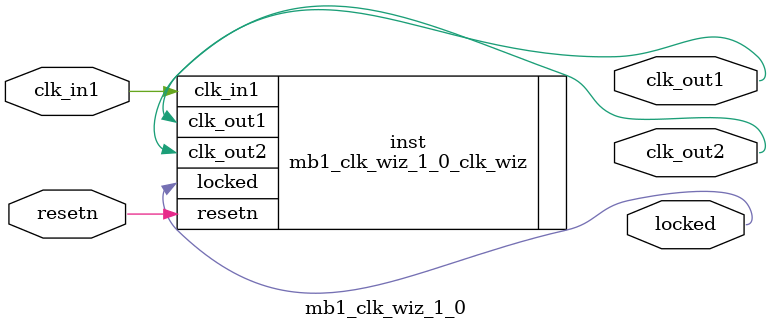
<source format=v>


`timescale 1ps/1ps

(* CORE_GENERATION_INFO = "mb1_clk_wiz_1_0,clk_wiz_v6_0_14_0_0,{component_name=mb1_clk_wiz_1_0,use_phase_alignment=true,use_min_o_jitter=false,use_max_i_jitter=false,use_dyn_phase_shift=false,use_inclk_switchover=false,use_dyn_reconfig=false,enable_axi=0,feedback_source=FDBK_AUTO,PRIMITIVE=MMCM,num_out_clk=2,clkin1_period=10.000,clkin2_period=10.000,use_power_down=false,use_reset=true,use_locked=true,use_inclk_stopped=false,feedback_type=SINGLE,CLOCK_MGR_TYPE=NA,manual_override=false}" *)

module mb1_clk_wiz_1_0 
 (
  // Clock out ports
  output        clk_out1,
  output        clk_out2,
  // Status and control signals
  input         resetn,
  output        locked,
 // Clock in ports
  input         clk_in1
 );

  mb1_clk_wiz_1_0_clk_wiz inst
  (
  // Clock out ports  
  .clk_out1(clk_out1),
  .clk_out2(clk_out2),
  // Status and control signals               
  .resetn(resetn), 
  .locked(locked),
 // Clock in ports
  .clk_in1(clk_in1)
  );

endmodule

</source>
